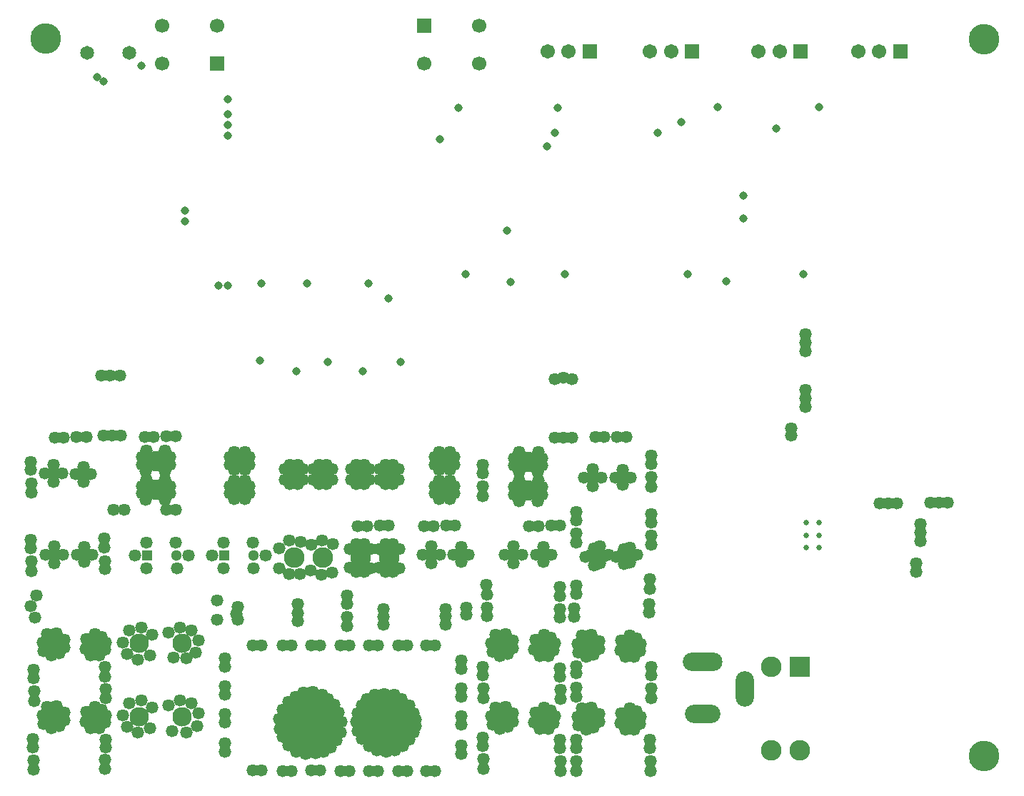
<source format=gbs>
G04*
G04 #@! TF.GenerationSoftware,Altium Limited,Altium Designer,25.8.1 (18)*
G04*
G04 Layer_Color=16711935*
%FSLAX42Y42*%
%MOMM*%
G71*
G04*
G04 #@! TF.SameCoordinates,874FC4BF-8C61-49E1-ACD6-6D65B42AE4DE*
G04*
G04*
G04 #@! TF.FilePolarity,Negative*
G04*
G01*
G75*
%ADD70O,4.20X2.20*%
%ADD71O,4.70X2.20*%
%ADD72O,2.20X4.20*%
%ADD73R,1.71X1.71*%
%ADD74C,1.70*%
%ADD75R,1.70X1.70*%
%ADD76R,1.30X1.30*%
%ADD77C,2.30*%
%ADD78C,5.62*%
%ADD79R,5.12X5.12*%
%ADD80C,2.45*%
%ADD81R,2.45X2.45*%
%ADD82R,2.45X2.45*%
%ADD83C,1.30*%
%ADD84C,1.65*%
%ADD85C,1.71*%
%ADD86C,1.47*%
%ADD87C,3.63*%
%ADD88C,0.63*%
%ADD89C,0.97*%
D70*
X10630Y4395D02*
D03*
D71*
Y5015D02*
D03*
D72*
X11130Y4695D02*
D03*
D73*
X12975Y12256D02*
D03*
X11794D02*
D03*
X10508D02*
D03*
X9292D02*
D03*
D74*
X7983Y12557D02*
D03*
X4872D02*
D03*
X4222D02*
D03*
X7333Y12107D02*
D03*
X7983D02*
D03*
X4222D02*
D03*
D75*
X7333Y12557D02*
D03*
X4872Y12107D02*
D03*
D76*
X9337Y7214D02*
D03*
X8388Y6287D02*
D03*
X7410D02*
D03*
X9350Y6274D02*
D03*
X4956D02*
D03*
X2936Y7252D02*
D03*
X4041Y6274D02*
D03*
X2949Y6287D02*
D03*
D77*
X9779Y5220D02*
D03*
Y4350D02*
D03*
X8763Y5220D02*
D03*
Y4350D02*
D03*
X4458Y5232D02*
D03*
X3442D02*
D03*
X4458Y4362D02*
D03*
X3442D02*
D03*
X8255Y4350D02*
D03*
Y5220D02*
D03*
X2934Y4362D02*
D03*
Y5232D02*
D03*
X3950D02*
D03*
Y4362D02*
D03*
X9271Y5220D02*
D03*
Y4350D02*
D03*
D78*
X5982Y4280D02*
D03*
D79*
X6871Y4293D02*
D03*
D80*
X6574Y7240D02*
D03*
X5786D02*
D03*
X5144Y7396D02*
D03*
X7569Y7049D02*
D03*
X6574Y6248D02*
D03*
X6914D02*
D03*
X4152Y7396D02*
D03*
Y7056D02*
D03*
X5786Y6248D02*
D03*
X6126D02*
D03*
X8561Y7049D02*
D03*
Y7389D02*
D03*
X11443Y3962D02*
D03*
Y4954D02*
D03*
X11783Y3962D02*
D03*
D81*
X6126Y7240D02*
D03*
X6914D02*
D03*
X11783Y4954D02*
D03*
D82*
X5144Y7056D02*
D03*
X7569Y7389D02*
D03*
D83*
X8738Y6287D02*
D03*
X7760D02*
D03*
X3299D02*
D03*
X3287Y7252D02*
D03*
X4391Y6274D02*
D03*
X5306D02*
D03*
X9700D02*
D03*
X9687Y7214D02*
D03*
D84*
X3830Y12239D02*
D03*
X3330D02*
D03*
D85*
X10008Y12256D02*
D03*
X10258D02*
D03*
X8792D02*
D03*
X9042D02*
D03*
X12475D02*
D03*
X12725D02*
D03*
X11294D02*
D03*
X11544D02*
D03*
D86*
X6121Y6452D02*
D03*
X6248Y6414D02*
D03*
X5994Y6401D02*
D03*
X5867Y6439D02*
D03*
X5728Y6452D02*
D03*
X5613Y6363D02*
D03*
Y6121D02*
D03*
X5982Y6096D02*
D03*
X6236Y6071D02*
D03*
X6109Y6045D02*
D03*
X5855Y6058D02*
D03*
X5728D02*
D03*
X3975Y4559D02*
D03*
X3835Y4521D02*
D03*
X4102Y4470D02*
D03*
X3759Y4381D02*
D03*
X4077Y4229D02*
D03*
X3937Y4178D02*
D03*
X3810Y4242D02*
D03*
X4635Y4254D02*
D03*
X4508Y4178D02*
D03*
X4651Y4405D02*
D03*
X4569Y4521D02*
D03*
X4432Y4559D02*
D03*
X4295Y4495D02*
D03*
X4343Y4191D02*
D03*
X4356Y5067D02*
D03*
X4295Y5359D02*
D03*
X4432Y5423D02*
D03*
X4569Y5384D02*
D03*
X4651Y5268D02*
D03*
X4508Y5055D02*
D03*
X4622Y5121D02*
D03*
X3810Y5105D02*
D03*
X3937Y5042D02*
D03*
X4077Y5093D02*
D03*
X3759Y5245D02*
D03*
X4102Y5334D02*
D03*
X3835Y5385D02*
D03*
X3975Y5423D02*
D03*
X3899Y6274D02*
D03*
X4538Y6276D02*
D03*
X4039Y6426D02*
D03*
Y6121D02*
D03*
X4386Y6428D02*
D03*
X4399Y6124D02*
D03*
X5309Y6121D02*
D03*
X5296Y6426D02*
D03*
X4953Y6121D02*
D03*
Y6426D02*
D03*
X5448Y6274D02*
D03*
X4813D02*
D03*
X8064Y5931D02*
D03*
X9360Y7681D02*
D03*
X9728Y7683D02*
D03*
X9461Y7681D02*
D03*
X9614Y7683D02*
D03*
X10020Y6769D02*
D03*
X10023Y6401D02*
D03*
Y6515D02*
D03*
X10020Y6668D02*
D03*
X10021Y7459D02*
D03*
X10024Y7090D02*
D03*
Y7204D02*
D03*
X10021Y7357D02*
D03*
X10008Y5880D02*
D03*
X9995Y5702D02*
D03*
Y5601D02*
D03*
X10008Y5994D02*
D03*
X8075Y5814D02*
D03*
X8077Y5559D02*
D03*
Y5661D02*
D03*
X8877Y7671D02*
D03*
X8979Y7670D02*
D03*
X8687Y7506D02*
D03*
X8674Y6921D02*
D03*
X8458D02*
D03*
X8687Y6627D02*
D03*
X8572D02*
D03*
X9131Y6794D02*
D03*
Y6693D02*
D03*
X9134Y6540D02*
D03*
X8941Y6629D02*
D03*
X8725Y7429D02*
D03*
X8026Y7351D02*
D03*
Y7249D02*
D03*
X8028Y7097D02*
D03*
Y6982D02*
D03*
X9106Y5550D02*
D03*
Y5651D02*
D03*
X9131Y4712D02*
D03*
Y4877D02*
D03*
Y4966D02*
D03*
X6416Y5435D02*
D03*
Y5550D02*
D03*
X6414Y5702D02*
D03*
Y5804D02*
D03*
X6540Y6627D02*
D03*
X6655D02*
D03*
X6807Y6629D02*
D03*
X6909D02*
D03*
X7328Y6627D02*
D03*
X7442D02*
D03*
X7595Y6629D02*
D03*
X7696D02*
D03*
X8839D02*
D03*
X8935Y5906D02*
D03*
Y5791D02*
D03*
X8938Y5639D02*
D03*
Y5537D02*
D03*
X9134Y6426D02*
D03*
X9131Y5817D02*
D03*
Y5918D02*
D03*
Y4597D02*
D03*
X10023Y4584D02*
D03*
Y4699D02*
D03*
X10020Y4851D02*
D03*
Y4953D02*
D03*
X10010Y3721D02*
D03*
Y3835D02*
D03*
X10008Y3988D02*
D03*
Y4089D02*
D03*
X9134Y3721D02*
D03*
Y3835D02*
D03*
X9131Y3988D02*
D03*
Y4089D02*
D03*
X8943Y3721D02*
D03*
Y3835D02*
D03*
X8941Y3988D02*
D03*
Y4089D02*
D03*
X8943Y4572D02*
D03*
Y4686D02*
D03*
X8941Y4839D02*
D03*
Y4940D02*
D03*
X8029Y4584D02*
D03*
Y4699D02*
D03*
X8026Y4851D02*
D03*
Y4953D02*
D03*
X8029Y3746D02*
D03*
Y3861D02*
D03*
X8026Y4013D02*
D03*
Y4115D02*
D03*
X3556Y4089D02*
D03*
X2692Y4102D02*
D03*
Y4001D02*
D03*
X3645Y6820D02*
D03*
X4026Y6934D02*
D03*
X3535Y6483D02*
D03*
Y6368D02*
D03*
X3542Y6111D02*
D03*
Y6212D02*
D03*
X4387Y6816D02*
D03*
X4273D02*
D03*
X3772Y6820D02*
D03*
X4387Y7692D02*
D03*
X4273D02*
D03*
X4015Y7685D02*
D03*
X4117D02*
D03*
X3324Y7683D02*
D03*
X3210D02*
D03*
X2953Y7675D02*
D03*
X3054D02*
D03*
X2676Y7017D02*
D03*
Y7132D02*
D03*
X2668Y7389D02*
D03*
Y7288D02*
D03*
X2676Y6090D02*
D03*
Y6205D02*
D03*
X2668Y6462D02*
D03*
Y6361D02*
D03*
X13163Y6186D02*
D03*
Y6084D02*
D03*
X13214Y6447D02*
D03*
Y6549D02*
D03*
Y6650D02*
D03*
X13330Y6903D02*
D03*
X13432D02*
D03*
X13534D02*
D03*
X12734Y6890D02*
D03*
X12835D02*
D03*
X12937D02*
D03*
X11848Y8034D02*
D03*
Y8135D02*
D03*
Y8237D02*
D03*
Y8694D02*
D03*
Y8796D02*
D03*
X11849Y8903D02*
D03*
X11684Y7785D02*
D03*
Y7696D02*
D03*
X9431Y7202D02*
D03*
X9081Y8369D02*
D03*
X9329Y7304D02*
D03*
X8979Y8380D02*
D03*
X8877Y8369D02*
D03*
X9410Y6383D02*
D03*
X9342Y6364D02*
D03*
X9227Y7202D02*
D03*
X9329Y7100D02*
D03*
X8389Y6389D02*
D03*
X7411D02*
D03*
X7310Y6288D02*
D03*
X8288D02*
D03*
X8491D02*
D03*
X7513D02*
D03*
X9846Y5293D02*
D03*
X9897Y5229D02*
D03*
X9770Y5331D02*
D03*
X9443Y6262D02*
D03*
X9410Y6180D02*
D03*
X9308Y6282D02*
D03*
X9240Y6262D02*
D03*
X9668Y5267D02*
D03*
X9342Y6161D02*
D03*
X9656Y5153D02*
D03*
X8826Y5299D02*
D03*
X8876Y5235D02*
D03*
X9884Y5140D02*
D03*
X9821Y5077D02*
D03*
X9770Y4467D02*
D03*
X9897Y4366D02*
D03*
X9846Y4429D02*
D03*
X9884Y4277D02*
D03*
X9821Y4213D02*
D03*
X9719Y5077D02*
D03*
X8864Y5146D02*
D03*
X9668Y4404D02*
D03*
X8800Y5083D02*
D03*
X8826Y4435D02*
D03*
X9656Y4289D02*
D03*
X8876Y4372D02*
D03*
X9719Y4213D02*
D03*
X8864Y4283D02*
D03*
X8800Y4219D02*
D03*
X8389Y6186D02*
D03*
X7827Y5569D02*
D03*
Y5658D02*
D03*
X7582Y5455D02*
D03*
X8749Y5337D02*
D03*
X8699Y5083D02*
D03*
X8648Y5273D02*
D03*
X8635Y5159D02*
D03*
X7582Y5645D02*
D03*
X7411Y6186D02*
D03*
X7581Y5556D02*
D03*
X6183Y4574D02*
D03*
X6263Y4506D02*
D03*
X6119Y4625D02*
D03*
X6109Y4547D02*
D03*
X8749Y4473D02*
D03*
X8648Y4410D02*
D03*
X6312Y4412D02*
D03*
X6349Y4303D02*
D03*
X8699Y4219D02*
D03*
X8635Y4295D02*
D03*
X6340Y4176D02*
D03*
X6287Y4254D02*
D03*
X6289Y4079D02*
D03*
X6274Y4343D02*
D03*
X6236Y4432D02*
D03*
X6261Y4166D02*
D03*
X6185Y4496D02*
D03*
X6210Y4089D02*
D03*
X6147Y4026D02*
D03*
X6220Y3996D02*
D03*
X6071Y4001D02*
D03*
X6136Y3947D02*
D03*
X5118Y5664D02*
D03*
X5106Y5582D02*
D03*
X4877Y5740D02*
D03*
X3505Y8407D02*
D03*
X3607D02*
D03*
X3721D02*
D03*
X2934Y7353D02*
D03*
X2832Y7252D02*
D03*
X3048Y6287D02*
D03*
X3035Y7252D02*
D03*
X2946Y6388D02*
D03*
X2934Y7150D02*
D03*
X2845Y6287D02*
D03*
X2946Y6185D02*
D03*
X2731Y5804D02*
D03*
X2663Y5677D02*
D03*
X6010Y4655D02*
D03*
X5956Y4597D02*
D03*
X6045Y4585D02*
D03*
X5897Y4649D02*
D03*
X5807Y4602D02*
D03*
X5880Y4572D02*
D03*
X5804Y4521D02*
D03*
X5717Y4536D02*
D03*
X5728Y4458D02*
D03*
X4877Y5512D02*
D03*
X5118D02*
D03*
X5649Y4447D02*
D03*
X5804Y4026D02*
D03*
X5728Y4102D02*
D03*
X5717Y4024D02*
D03*
X5702Y4381D02*
D03*
X5690Y4191D02*
D03*
X6040Y3927D02*
D03*
X5969Y3988D02*
D03*
X5921Y3925D02*
D03*
X5881Y4004D02*
D03*
X5814Y3947D02*
D03*
X5614Y4341D02*
D03*
X5677Y4293D02*
D03*
X5652Y4122D02*
D03*
X5616Y4221D02*
D03*
X3556Y5245D02*
D03*
X3505Y5309D02*
D03*
X3429Y5347D02*
D03*
X2718Y5537D02*
D03*
X3327Y5283D02*
D03*
X3543Y5156D02*
D03*
X3480Y5093D02*
D03*
X3551Y4695D02*
D03*
X3315Y5169D02*
D03*
X3378Y5093D02*
D03*
X3551Y4581D02*
D03*
X3556Y4381D02*
D03*
X3549Y3741D02*
D03*
X3505Y4445D02*
D03*
X3429Y4483D02*
D03*
X3327Y4420D02*
D03*
X3315Y4305D02*
D03*
X3543Y4293D02*
D03*
X3549Y3855D02*
D03*
X3378Y4229D02*
D03*
X3480D02*
D03*
X7150Y4089D02*
D03*
X6833Y4026D02*
D03*
X6680Y4013D02*
D03*
X6883Y3950D02*
D03*
X6985Y3962D02*
D03*
X6769D02*
D03*
X6756Y4051D02*
D03*
X7061Y4102D02*
D03*
X6921Y4026D02*
D03*
X6680Y4102D02*
D03*
X7074Y4013D02*
D03*
X6998Y4051D02*
D03*
X7137Y4254D02*
D03*
Y4343D02*
D03*
X6680Y4483D02*
D03*
X7112Y4166D02*
D03*
Y4420D02*
D03*
X6820Y4559D02*
D03*
X6909D02*
D03*
X6744Y4534D02*
D03*
Y4623D02*
D03*
X6985Y4534D02*
D03*
X6858Y4635D02*
D03*
X6972Y4623D02*
D03*
X7061Y4572D02*
D03*
X6655D02*
D03*
X7226Y4252D02*
D03*
Y4331D02*
D03*
X6591Y4496D02*
D03*
X6528Y4305D02*
D03*
X6591Y4102D02*
D03*
X6629Y4178D02*
D03*
X7201D02*
D03*
X6629Y4420D02*
D03*
X6604Y4343D02*
D03*
X7150Y4496D02*
D03*
X6604Y4254D02*
D03*
X7201Y4407D02*
D03*
X7061Y4483D02*
D03*
X6540Y4407D02*
D03*
Y4191D02*
D03*
X5399Y5213D02*
D03*
X6337Y3721D02*
D03*
X5399Y3727D02*
D03*
X7455Y3721D02*
D03*
X6680D02*
D03*
X5993Y3727D02*
D03*
X7023Y3721D02*
D03*
X6782D02*
D03*
X6094Y3727D02*
D03*
X5298D02*
D03*
X6439Y3721D02*
D03*
X5753D02*
D03*
X7125D02*
D03*
X5651D02*
D03*
X7353D02*
D03*
Y5207D02*
D03*
X5651D02*
D03*
X7125D02*
D03*
X5753D02*
D03*
X6439D02*
D03*
X5298Y5213D02*
D03*
X6094D02*
D03*
X6782Y5207D02*
D03*
X7023D02*
D03*
X5993Y5213D02*
D03*
X6680Y5207D02*
D03*
X7455D02*
D03*
X6337D02*
D03*
X7772Y5029D02*
D03*
Y4026D02*
D03*
Y3924D02*
D03*
Y4597D02*
D03*
Y4369D02*
D03*
Y4699D02*
D03*
Y4267D02*
D03*
Y4928D02*
D03*
X4966Y4953D02*
D03*
Y4293D02*
D03*
Y4724D02*
D03*
Y4394D02*
D03*
Y4623D02*
D03*
Y3950D02*
D03*
Y4051D02*
D03*
Y5055D02*
D03*
X6236Y7303D02*
D03*
X6172Y7353D02*
D03*
X6083D02*
D03*
X6020Y7303D02*
D03*
X6236Y7175D02*
D03*
X6172Y7125D02*
D03*
X6083D02*
D03*
X6020Y7175D02*
D03*
X5893Y7303D02*
D03*
X5829Y7353D02*
D03*
X5740D02*
D03*
X5677Y7303D02*
D03*
X5893Y7175D02*
D03*
X5829Y7125D02*
D03*
X5740D02*
D03*
X5677Y7175D02*
D03*
X5207Y6947D02*
D03*
X5258Y7010D02*
D03*
Y7099D02*
D03*
X5207Y7163D02*
D03*
X5080Y6947D02*
D03*
X5029Y7010D02*
D03*
Y7099D02*
D03*
X5080Y7163D02*
D03*
X5207Y7290D02*
D03*
X5258Y7353D02*
D03*
Y7442D02*
D03*
X5207Y7506D02*
D03*
X5080Y7290D02*
D03*
X5029Y7353D02*
D03*
Y7442D02*
D03*
X5080Y7506D02*
D03*
X7506D02*
D03*
X7455Y7442D02*
D03*
Y7353D02*
D03*
X7506Y7290D02*
D03*
X7633Y7506D02*
D03*
X7683Y7442D02*
D03*
Y7353D02*
D03*
X7633Y7290D02*
D03*
X7506Y7163D02*
D03*
X7455Y7099D02*
D03*
Y7010D02*
D03*
X7506Y6947D02*
D03*
X7633Y7163D02*
D03*
X7683Y7099D02*
D03*
Y7010D02*
D03*
X7633Y6947D02*
D03*
X7023Y7303D02*
D03*
X6960Y7353D02*
D03*
X6871D02*
D03*
X6807Y7303D02*
D03*
X7023Y7175D02*
D03*
X6960Y7125D02*
D03*
X6871D02*
D03*
X6807Y7175D02*
D03*
X6464D02*
D03*
X6528Y7125D02*
D03*
X6617D02*
D03*
X6680Y7175D02*
D03*
X6464Y7303D02*
D03*
X6528Y7353D02*
D03*
X6617D02*
D03*
X6680Y7303D02*
D03*
X3543Y4953D02*
D03*
Y4839D02*
D03*
X3556Y3997D02*
D03*
X2702Y4819D02*
D03*
Y4920D02*
D03*
X2695Y3848D02*
D03*
Y3734D02*
D03*
X2710Y4663D02*
D03*
Y4549D02*
D03*
X6845Y5645D02*
D03*
Y5544D02*
D03*
Y5455D02*
D03*
X8383Y4307D02*
D03*
X8319Y4244D02*
D03*
X8381Y4403D02*
D03*
X8293Y4480D02*
D03*
X8231Y4218D02*
D03*
X8142Y4269D02*
D03*
X8129Y4371D02*
D03*
X8180Y4472D02*
D03*
Y5336D02*
D03*
X8129Y5234D02*
D03*
X8142Y5133D02*
D03*
X8231Y5082D02*
D03*
X8293Y5343D02*
D03*
X8381Y5267D02*
D03*
X8319Y5107D02*
D03*
X8383Y5171D02*
D03*
X8745Y6199D02*
D03*
X8834Y6288D02*
D03*
X8745Y6377D02*
D03*
X8656Y6288D02*
D03*
X7767Y6199D02*
D03*
X7856Y6288D02*
D03*
X7767Y6377D02*
D03*
X7678Y6288D02*
D03*
X6452Y6134D02*
D03*
Y6350D02*
D03*
X6528Y6083D02*
D03*
Y6414D02*
D03*
X6617Y6083D02*
D03*
Y6414D02*
D03*
X6693Y6121D02*
D03*
Y6350D02*
D03*
X6960Y6414D02*
D03*
X6871D02*
D03*
X6794Y6134D02*
D03*
X6871Y6083D02*
D03*
X7036Y6121D02*
D03*
Y6350D02*
D03*
X6960Y6083D02*
D03*
X6794Y6350D02*
D03*
X9081Y7671D02*
D03*
X9676Y6282D02*
D03*
X9765Y6371D02*
D03*
X9854Y6282D02*
D03*
X9765Y6193D02*
D03*
X9404Y5165D02*
D03*
X9340Y5101D02*
D03*
X9402Y5261D02*
D03*
X9313Y5337D02*
D03*
X9251Y5076D02*
D03*
X9162Y5127D02*
D03*
X9150Y5228D02*
D03*
X9200Y5330D02*
D03*
Y4466D02*
D03*
X9150Y4365D02*
D03*
X9162Y4263D02*
D03*
X9251Y4212D02*
D03*
X9313Y4474D02*
D03*
X9402Y4397D02*
D03*
X9340Y4238D02*
D03*
X9404Y4301D02*
D03*
X9511Y6282D02*
D03*
X9596Y7202D02*
D03*
X9685Y7291D02*
D03*
X9773Y7202D02*
D03*
X9685Y7113D02*
D03*
X9608Y6262D02*
D03*
X9697Y6351D02*
D03*
X9786Y6262D02*
D03*
X9697Y6173D02*
D03*
X3734Y7696D02*
D03*
X3632D02*
D03*
X3531D02*
D03*
X3063Y5181D02*
D03*
X2999Y5117D02*
D03*
X3061Y5277D02*
D03*
X2972Y5353D02*
D03*
X2910Y5092D02*
D03*
X2821Y5142D02*
D03*
X2809Y5244D02*
D03*
X2859Y5346D02*
D03*
Y4482D02*
D03*
X2809Y4380D02*
D03*
X2821Y4279D02*
D03*
X2910Y4228D02*
D03*
X2972Y4489D02*
D03*
X3061Y4413D02*
D03*
X2999Y4253D02*
D03*
X3063Y4317D02*
D03*
X3213Y6287D02*
D03*
X3302Y6375D02*
D03*
X3391Y6287D02*
D03*
X3302Y6198D02*
D03*
X3200Y7239D02*
D03*
X3289Y7328D02*
D03*
X3378Y7239D02*
D03*
X3289Y7150D02*
D03*
X4318Y7442D02*
D03*
X4254Y7518D02*
D03*
X4039D02*
D03*
X3988Y7442D02*
D03*
Y7353D02*
D03*
X4318D02*
D03*
X4026Y7277D02*
D03*
X4254D02*
D03*
Y6934D02*
D03*
X4318Y7010D02*
D03*
Y7099D02*
D03*
X4039Y7175D02*
D03*
X4254D02*
D03*
X3988Y7099D02*
D03*
Y7010D02*
D03*
X5829Y5696D02*
D03*
Y5594D02*
D03*
Y5493D02*
D03*
X8395Y7429D02*
D03*
Y7341D02*
D03*
X8458Y7264D02*
D03*
Y7506D02*
D03*
X8674Y7264D02*
D03*
X8725Y7341D02*
D03*
X8395Y7087D02*
D03*
Y6998D02*
D03*
X8458Y7163D02*
D03*
X8725Y6998D02*
D03*
Y7087D02*
D03*
X8687Y7163D02*
D03*
D87*
X13970Y3899D02*
D03*
Y12395D02*
D03*
X2845Y12408D02*
D03*
D88*
X12013Y6665D02*
D03*
Y6515D02*
D03*
X11863Y6665D02*
D03*
Y6515D02*
D03*
X12013Y6365D02*
D03*
X11863D02*
D03*
D89*
X5004Y9474D02*
D03*
X11506Y11341D02*
D03*
X10376Y11417D02*
D03*
X11112Y10274D02*
D03*
Y10541D02*
D03*
X10909Y9525D02*
D03*
X8350Y9519D02*
D03*
X10096Y11290D02*
D03*
X11824Y9614D02*
D03*
X10452D02*
D03*
X7734Y11582D02*
D03*
X8915D02*
D03*
X10808Y11595D02*
D03*
X12014D02*
D03*
X8877Y11290D02*
D03*
X7518Y11214D02*
D03*
X8998Y9608D02*
D03*
X7817D02*
D03*
X8312Y10128D02*
D03*
X8788Y11125D02*
D03*
X6909Y9322D02*
D03*
X5004Y11684D02*
D03*
X6668Y9500D02*
D03*
X5944D02*
D03*
X5397D02*
D03*
X7049Y8572D02*
D03*
X6185D02*
D03*
X5385Y8585D02*
D03*
X6604Y8458D02*
D03*
X5817D02*
D03*
X3975Y12087D02*
D03*
X5004Y11506D02*
D03*
X4890Y9474D02*
D03*
X5004Y11252D02*
D03*
Y11379D02*
D03*
X4496Y10236D02*
D03*
Y10363D02*
D03*
X3454Y11951D02*
D03*
X3531Y11900D02*
D03*
M02*

</source>
